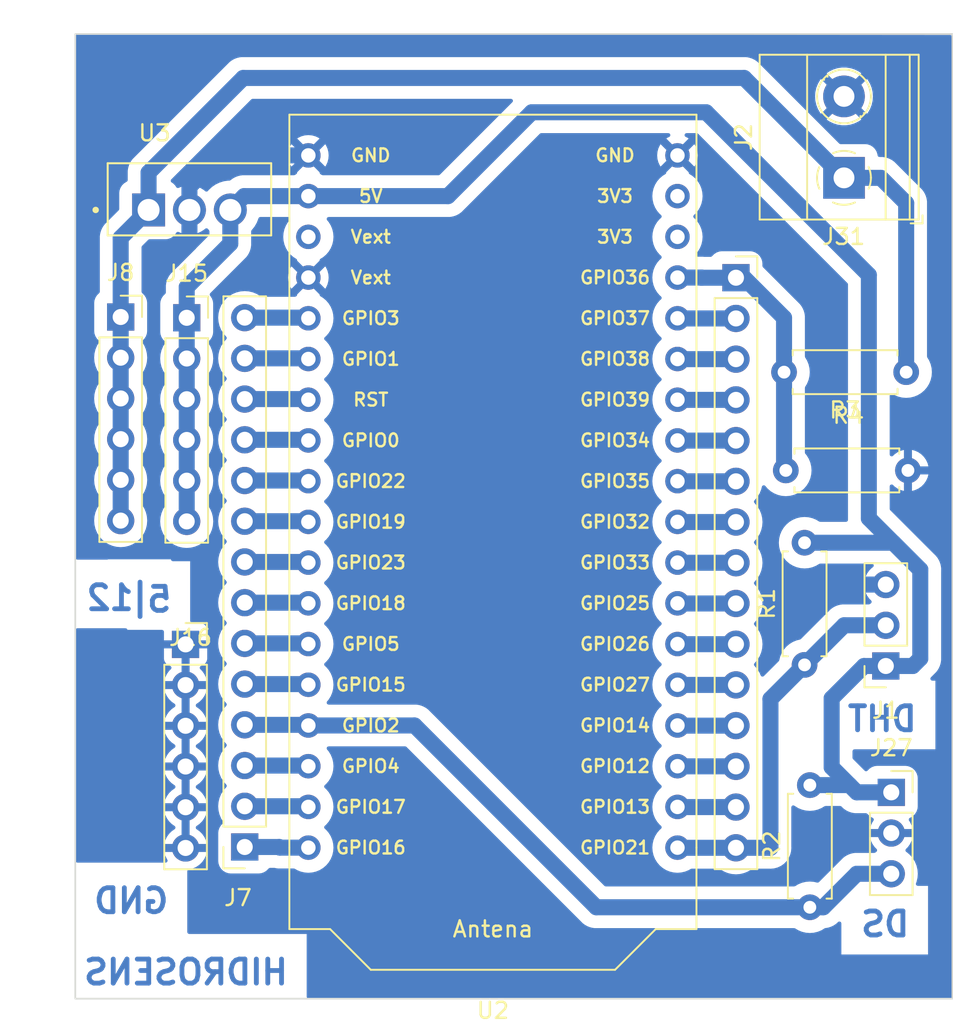
<source format=kicad_pcb>
(kicad_pcb (version 20221018) (generator pcbnew)
  (layers (0 "F.Cu" signal) (31 "B.Cu" signal) (34 "B.Paste" user) (35 "F.Paste" user) (36 "B.SilkS" user "B.Silkscreen") (37 "F.SilkS" user "F.Silkscreen") (38 "B.Mask" user) (39 "F.Mask" user) (44 "Edge.Cuts" user))
  (net 0 "")
  (net 1 "+12V")
  (net 2 "GPIO21")
  (net 3 "GND")
  (net 4 "+3.3V")
  (net 5 "RX")
  (net 6 "TX")
  (net 7 "GPIO16")
  (net 8 "GPIO17")
  (net 9 "GPIO4")
  (net 10 "GPIO2")
  (net 11 "GPIO15")
  (net 12 "GPIO5")
  (net 13 "GPIO18")
  (net 14 "GPIO23")
  (net 15 "GPIO19")
  (net 16 "GPIO22")
  (net 17 "GPIO0")
  (net 18 "RST")
  (net 19 "GPIO13")
  (net 20 "GPIO12")
  (net 21 "+5V")
  (net 22 "GPIO25")
  (net 23 "GPIO36")
  (net 24 "GPIO37")
  (net 25 "GPIO38")
  (net 26 "GPIO39")
  (net 27 "GPIO34")
  (net 28 "GPIO35")
  (net 29 "GPIO32")
  (net 30 "GPIO33")
  (net 31 "GPIO26")
  (net 32 "GPIO27")
  (net 33 "GPIO14")
  (footprint "Heltec_wifi_LoRa_v2:Heltec_WiFi_LoRa_V2" (layer "F.Cu") (at 110.275 97.91)
    (fp_text reference "U2" (at 0 27.94) (layer "F.SilkS"))
    (fp_text value "Heltec_Wifi_LoRa_V1")
    (fp_text user "GPIO5" (at -7.62 5.08) (layer "F.SilkS") (effects (font (size 0.8 0.8))))
    (fp_text user "GPIO2" (at -7.62 10.16) (layer "F.SilkS") (effects (font (size 0.8 0.8))))
    (fp_text user "GND" (at 7.62 -25.4) (layer "F.SilkS") (effects (font (size 0.8 0.8))))
    (fp_text user "GPIO23" (at -7.62 0) (layer "F.SilkS") (effects (font (size 0.8 0.8))))
    (fp_text user "GPIO38" (at 7.62 -12.7) (layer "F.SilkS") (effects (font (size 0.8 0.8))))
    (fp_text user "GPIO12" (at 7.62 12.7) (layer "F.SilkS") (effects (font (size 0.8 0.8))))
    (fp_text user "GPIO26" (at 7.62 5.08) (layer "F.SilkS") (effects (font (size 0.8 0.8))))
    (fp_text user "Vext" (at -7.62 -20.32) (layer "F.SilkS") (effects (font (size 0.8 0.8))))
    (fp_text user "GPIO33" (at 7.62 0) (layer "F.SilkS") (effects (font (size 0.8 0.8))))
    (fp_text user "GPIO16" (at -7.62 17.78) (layer "F.SilkS") (effects (font (size 0.8 0.8))))
    (fp_text user "GPIO27" (at 7.62 7.62) (layer "F.SilkS") (effects (font (size 0.8 0.8))))
    (fp_text user "GND" (at -7.62 -25.4) (layer "F.SilkS") (effects (font (size 0.8 0.8))))
    (fp_text user "GPIO17" (at -7.62 15.24) (layer "F.SilkS") (effects (font (size 0.8 0.8))))
    (fp_text user "GPIO35" (at 7.62 -5.08) (layer "F.SilkS") (effects (font (size 0.8 0.8))))
    (fp_text user "Antena" (at 0 22.86) (layer "F.SilkS"))
    (fp_text user "Vext" (at -7.62 -17.78) (layer "F.SilkS") (effects (font (size 0.8 0.8))))
    (fp_text user "3V3" (at 7.62 -22.86) (layer "F.SilkS") (effects (font (size 0.8 0.8))))
    (fp_text user "GPIO15" (at -7.62 7.62) (layer "F.SilkS") (effects (font (size 0.8 0.8))))
    (fp_text user "GPIO36" (at 7.62 -17.78) (layer "F.SilkS") (effects (font (size 0.8 0.8))))
    (fp_text user "GPIO13" (at 7.62 15.24) (layer "F.SilkS") (effects (font (size 0.8 0.8))))
    (fp_text user "GPIO0" (at -7.62 -7.62) (layer "F.SilkS") (effects (font (size 0.8 0.8))))
    (fp_text user "GPIO22" (at -7.62 -5.08) (layer "F.SilkS") (effects (font (size 0.8 0.8))))
    (fp_text user "GPIO37" (at 7.62 -15.24) (layer "F.SilkS") (effects (font (size 0.8 0.8))))
    (fp_text user "GPIO34" (at 7.62 -7.62) (layer "F.SilkS") (effects (font (size 0.8 0.8))))
    (fp_text user "GPIO14" (at 7.62 10.16) (layer "F.SilkS") (effects (font (size 0.8 0.8))))
    (fp_text user "GPIO4" (at -7.62 12.7) (layer "F.SilkS") (effects (font (size 0.8 0.8))))
    (fp_text user "GPIO32" (at 7.62 -2.54) (layer "F.SilkS") (effects (font (size 0.8 0.8))))
    (fp_text user "GPIO21" (at 7.62 17.78) (layer "F.SilkS") (effects (font (size 0.8 0.8))))
    (fp_text user "GPIO39" (at 7.62 -10.16) (layer "F.SilkS") (effects (font (size 0.8 0.8))))
    (fp_text user "3V3" (at 7.62 -20.32) (layer "F.SilkS") (effects (font (size 0.8 0.8))))
    (fp_text user "GPIO1" (at -7.62 -12.7) (layer "F.SilkS") (effects (font (size 0.8 0.8))))
    (fp_text user "5V" (at -7.62 -22.86) (layer "F.SilkS") (effects (font (size 0.8 0.8))))
    (fp_text user "GPIO19" (at -7.62 -2.54) (layer "F.SilkS") (effects (font (size 0.8 0.8))))
    (fp_text user "GPIO18" (at -7.62 2.54) (layer "F.SilkS") (effects (font (size 0.8 0.8))))
    (fp_text user "RST" (at -7.62 -10.16) (layer "F.SilkS") (effects (font (size 0.8 0.8))))
    (fp_text user "GPIO3" (at -7.62 -15.24) (layer "F.SilkS") (effects (font (size 0.8 0.8))))
    (fp_text user "GPIO25" (at 7.62 2.54) (layer "F.SilkS") (effects (font (size 0.8 0.8))))
    (fp_line (start -12.7 -27.94) (end -12.7 17.78) (stroke (width 0.12)) (layer "F.SilkS"))
    (fp_line (start -12.7 -27.94) (end 12.7 -27.94) (stroke (width 0.12)) (layer "F.SilkS"))
    (fp_line (start -12.7 17.78) (end -12.7 22.86) (stroke (width 0.12)) (layer "F.SilkS"))
    (fp_line (start -12.7 22.86) (end -10.16 22.86) (stroke (width 0.12)) (layer "F.SilkS"))
    (fp_line (start -10.16 22.86) (end -7.62 25.4) (stroke (width 0.12)) (layer "F.SilkS"))
    (fp_line (start -7.62 25.4) (end 7.62 25.4) (stroke (width 0.12)) (layer "F.SilkS"))
    (fp_line (start 7.62 25.4) (end 10.16 22.86) (stroke (width 0.12)) (layer "F.SilkS"))
    (fp_line (start 10.16 22.86) (end 12.7 22.86) (stroke (width 0.12)) (layer "F.SilkS"))
    (fp_line (start 12.7 17.78) (end 12.7 -27.94) (stroke (width 0.12)) (layer "F.SilkS"))
    (fp_line (start 12.7 22.86) (end 12.7 17.78) (stroke (width 0.12)) (layer "F.SilkS"))
    (pad "1" thru_hole circle (at -11.515 -25.4) (size 1.524 1.524) (drill 0.9) (layers "*.Cu" "*.Mask") (net 3 "GND"))
    (pad "2" thru_hole circle (at -11.515 -22.86) (size 1.524 1.524) (drill 0.9) (layers "*.Cu" "*.Mask") (net 21 "+5V"))
    (pad "3" thru_hole circle (at -11.515 -20.32) (size 1.524 1.524) (drill 0.9) (layers "*.Cu" "*.Mask"))
    (pad "4" thru_hole circle (at -11.515 -17.78) (size 1.524 1.524) (drill 0.9) (layers "*.Cu" "*.Mask") (net 3 "GND"))
    (pad "5" thru_hole circle (at -11.515 -15.24) (size 1.524 1.524) (drill 0.9) (layers "*.Cu" "*.Mask") (net 6 "TX"))
    (pad "6" thru_hole circle (at -11.515 -12.7) (size 1.524 1.524) (drill 0.9) (layers "*.Cu" "*.Mask") (net 5 "RX"))
    (pad "7" thru_hole circle (at -11.515 -10.16) (size 1.524 1.524) (drill 0.9) (layers "*.Cu" "*.Mask") (net 18 "RST"))
    (pad "8" thru_hole circle (at -11.515 -7.62) (size 1.524 1.524) (drill 0.9) (layers "*.Cu" "*.Mask") (net 17 "GPIO0"))
    (pad "9" thru_hole circle (at -11.515 -5.08) (size 1.524 1.524) (drill 0.9) (layers "*.Cu" "*.Mask") (net 16 "GPIO22"))
    (pad "10" thru_hole circle (at -11.515 -2.54) (size 1.524 1.524) (drill 0.9) (layers "*.Cu" "*.Mask") (net 15 "GPIO19"))
    (pad "11" thru_hole circle (at -11.515 0) (size 1.524 1.524) (drill 0.9) (layers "*.Cu" "*.Mask") (net 14 "GPIO23"))
    (pad "12" thru_hole circle (at -11.515 2.54) (size 1.524 1.524) (drill 0.9) (layers "*.Cu" "*.Mask") (net 13 "GPIO18"))
    (pad "13" thru_hole circle (at -11.515 5.08) (size 1.524 1.524) (drill 0.9) (layers "*.Cu" "*.Mask") (net 12 "GPIO5"))
    (pad "14" thru_hole circle (at -11.515 7.62) (size 1.524 1.524) (drill 0.9) (layers "*.Cu" "*.Mask") (net 11 "GPIO15"))
    (pad "15" thru_hole circle (at -11.515 10.16) (size 1.524 1.524) (drill 0.9) (layers "*.Cu" "*.Mask") (net 10 "GPIO2"))
    (pad "16" thru_hole circle (at -11.515 12.7) (size 1.524 1.524) (drill 0.9) (layers "*.Cu" "*.Mask") (net 9 "GPIO4"))
    (pad "17" thru_hole circle (at -11.515 15.24) (size 1.524 1.524) (drill 0.9) (layers "*.Cu" "*.Mask") (net 8 "GPIO17"))
    (pad "18" thru_hole circle (at -11.515 17.78) (size 1.524 1.524) (drill 0.9) (layers "*.Cu" "*.Mask") (net 7 "GPIO16"))
    (pad "19" thru_hole circle (at 11.515 17.78) (size 1.524 1.524) (drill 0.9) (layers "*.Cu" "*.Mask") (net 2 "GPIO21"))
    (pad "20" thru_hole circle (at 11.515 15.24) (size 1.524 1.524) (drill 0.9) (layers "*.Cu" "*.Mask") (net 19 "GPIO13"))
    (pad "21" thru_hole circle (at 11.515 12.7) (size 1.524 1.524) (drill 0.9) (layers "*.Cu" "*.Mask") (net 20 "GPIO12"))
    (pad "22" thru_hole circle (at 11.515 10.16) (size 1.524 1.524) (drill 0.9) (layers "*.Cu" "*.Mask") (net 33 "GPIO14"))
    (pad "23" thru_hole circle (at 11.515 7.62) (size 1.524 1.524) (drill 0.9) (layers "*.Cu" "*.Mask") (net 32 "GPIO27"))
    (pad "24" thru_hole circle (at 11.515 5.08) (size 1.524 1.524) (drill 0.9) (layers "*.Cu" "*.Mask") (net 31 "GPIO26"))
    (pad "25" thru_hole circle (at 11.515 2.54) (size 1.524 1.524) (drill 0.9) (layers "*.Cu" "*.Mask") (net 22 "GPIO25"))
    (pad "26" thru_hole circle (at 11.515 0) (size 1.524 1.524) (drill 0.9) (layers "*.Cu" "*.Mask") (net 30 "GPIO33"))
    (pad "27" thru_hole circle (at 11.515 -2.54) (size 1.524 1.524) (drill 0.9) (layers "*.Cu" "*.Mask") (net 29 "GPIO32"))
    (pad "28" thru_hole circle (at 11.515 -5.08) (size 1.524 1.524) (drill 0.9) (layers "*.Cu" "*.Mask") (net 28 "GPIO35"))
    (pad "29" thru_hole circle (at 11.515 -7.62) (size 1.524 1.524) (drill 0.9) (layers "*.Cu" "*.Mask") (net 27 "GPIO34"))
    (pad "30" thru_hole circle (at 11.515 -10.16) (size 1.524 1.524) (drill 0.9) (layers "*.Cu" "*.Mask") (net 26 "GPIO39"))
    (pad "31" thru_hole circle (at 11.515 -12.7) (size 1.524 1.524) (drill 0.9) (layers "*.Cu" "*.Mask") (net 25 "GPIO38"))
    (pad "32" thru_hole circle (at 11.515 -15.24) (size 1.524 1.524) (drill 0.9) (layers "*.Cu" "*.Mask") (net 24 "GPIO37"))
    (pad "33" thru_hole circle (at 11.515 -17.78) (size 1.524 1.524) (drill 0.9) (layers "*.Cu" "*.Mask") (net 23 "GPIO36"))
    (pad "34" thru_hole circle (at 11.515 -20.32) (size 1.524 1.524) (drill 0.9) (layers "*.Cu" "*.Mask") (net 4 "+3.3V"))
    (pad "35" thru_hole circle (at 11.515 -22.86) (size 1.524 1.524) (drill 0.9) (layers "*.Cu" "*.Mask"))
    (pad "36" thru_hole circle (at 11.515 -25.4) (size 1.524 1.524) (drill 0.9) (layers "*.Cu" "*.Mask") (net 3 "GND"))
  )
  (footprint "Connector_PinSocket_2.54mm:PinSocket_1x14_P2.54mm_Vertical" (layer "F.Cu") (at 94.79 115.65 180)
    (fp_text reference "J7" (at 0.42 -3.17) (layer "F.SilkS"))
    (fp_text value "Conn_01x14")
    (fp_line (start -1.33 1.27) (end -1.33 34.35) (stroke (width 0.12)) (layer "F.SilkS"))
    (fp_line (start -1.33 1.27) (end 1.33 1.27) (stroke (width 0.12)) (layer "F.SilkS"))
    (fp_line (start -1.33 34.35) (end 1.33 34.35) (stroke (width 0.12)) (layer "F.SilkS"))
    (fp_line (start 0 -1.33) (end 1.33 -1.33) (stroke (width 0.12)) (layer "F.SilkS"))
    (fp_line (start 1.33 -1.33) (end 1.33 0) (stroke (width 0.12)) (layer "F.SilkS"))
    (fp_line (start 1.33 1.27) (end 1.33 34.35) (stroke (width 0.12)) (layer "F.SilkS"))
    (pad "1" thru_hole rect (at 0 0 180) (size 1.7 1.7) (drill 1) (layers "*.Cu" "*.Mask") (net 7 "GPIO16"))
    (pad "2" thru_hole oval (at 0 2.54 180) (size 1.7 1.7) (drill 1) (layers "*.Cu" "*.Mask") (net 8 "GPIO17"))
    (pad "3" thru_hole oval (at 0 5.08 180) (size 1.7 1.7) (drill 1) (layers "*.Cu" "*.Mask") (net 9 "GPIO4"))
    (pad "4" thru_hole oval (at 0 7.62 180) (size 1.7 1.7) (drill 1) (layers "*.Cu" "*.Mask") (net 10 "GPIO2"))
    (pad "5" thru_hole oval (at 0 10.16 180) (size 1.7 1.7) (drill 1) (layers "*.Cu" "*.Mask") (net 11 "GPIO15"))
    (pad "6" thru_hole oval (at 0 12.7 180) (size 1.7 1.7) (drill 1) (layers "*.Cu" "*.Mask") (net 12 "GPIO5"))
    (pad "7" thru_hole oval (at 0 15.24 180) (size 1.7 1.7) (drill 1) (layers "*.Cu" "*.Mask") (net 13 "GPIO18"))
    (pad "8" thru_hole oval (at 0 17.78 180) (size 1.7 1.7) (drill 1) (layers "*.Cu" "*.Mask") (net 14 "GPIO23"))
    (pad "9" thru_hole oval (at 0 20.32 180) (size 1.7 1.7) (drill 1) (layers "*.Cu" "*.Mask") (net 15 "GPIO19"))
    (pad "10" thru_hole oval (at 0 22.86 180) (size 1.7 1.7) (drill 1) (layers "*.Cu" "*.Mask") (net 16 "GPIO22"))
    (pad "11" thru_hole oval (at 0 25.4 180) (size 1.7 1.7) (drill 1) (layers "*.Cu" "*.Mask") (net 17 "GPIO0"))
    (pad "12" thru_hole oval (at 0 27.94 180) (size 1.7 1.7) (drill 1) (layers "*.Cu" "*.Mask") (net 18 "RST"))
    (pad "13" thru_hole oval (at 0 30.48 180) (size 1.7 1.7) (drill 1) (layers "*.Cu" "*.Mask") (net 5 "RX"))
    (pad "14" thru_hole oval (at 0 33.02 180) (size 1.7 1.7) (drill 1) (layers "*.Cu" "*.Mask") (net 6 "TX"))
  )
  (footprint "l7805:TO255P1020X450X2000-3" (layer "F.Cu") (at 91.34 75.25)
    (fp_text reference "U3" (at -2.175 -4.135) (layer "F.SilkS"))
    (fp_text value "LM78M05_TO220")
    (fp_line (start -5.1 -2.25) (end 5.1 -2.25) (stroke (width 0.127)) (layer "F.SilkS"))
    (fp_line (start -5.1 2.25) (end -5.1 -2.25) (stroke (width 0.127)) (layer "F.SilkS"))
    (fp_line (start 5.1 -2.25) (end 5.1 2.25) (stroke (width 0.127)) (layer "F.SilkS"))
    (fp_line (start 5.1 2.25) (end -5.1 2.25) (stroke (width 0.127)) (layer "F.SilkS"))
    (fp_circle (center -5.85 0.6625) (end -5.75 0.6625) (stroke (width 0.2)) (fill none) (layer "F.SilkS"))
    (pad "1" thru_hole rect (at -2.55 0.6625) (size 2.055 2.055) (drill 1.37) (layers "*.Cu" "*.Mask") (net 1 "+12V"))
    (pad "2" thru_hole circle (at 0 0.6625) (size 2.055 2.055) (drill 1.37) (layers "*.Cu" "*.Mask") (net 3 "GND"))
    (pad "3" thru_hole circle (at 2.55 0.6625) (size 2.055 2.055) (drill 1.37) (layers "*.Cu" "*.Mask") (net 21 "+5V"))
  )
  (footprint "Connector_PinSocket_2.54mm:PinSocket_1x03_P2.54mm_Vertical" (layer "F.Cu") (at 134.79 104.36 180)
    (fp_text reference "J1" (at 0 -2.77) (layer "F.SilkS"))
    (fp_text value "TempAr")
    (fp_line (start -1.33 1.27) (end -1.33 6.41) (stroke (width 0.12)) (layer "F.SilkS"))
    (fp_line (start -1.33 1.27) (end 1.33 1.27) (stroke (width 0.12)) (layer "F.SilkS"))
    (fp_line (start -1.33 6.41) (end 1.33 6.41) (stroke (width 0.12)) (layer "F.SilkS"))
    (fp_line (start 0 -1.33) (end 1.33 -1.33) (stroke (width 0.12)) (layer "F.SilkS"))
    (fp_line (start 1.33 -1.33) (end 1.33 0) (stroke (width 0.12)) (layer "F.SilkS"))
    (fp_line (start 1.33 1.27) (end 1.33 6.41) (stroke (width 0.12)) (layer "F.SilkS"))
    (pad "1" thru_hole rect (at 0 0 180) (size 1.7 1.7) (drill 1) (layers "*.Cu" "*.Mask") (net 21 "+5V"))
    (pad "2" thru_hole oval (at 0 2.54 180) (size 1.7 1.7) (drill 1) (layers "*.Cu" "*.Mask") (net 2 "GPIO21"))
    (pad "3" thru_hole oval (at 0 5.08 180) (size 1.7 1.7) (drill 1) (layers "*.Cu" "*.Mask") (net 3 "GND"))
  )
  (footprint "Connector_PinSocket_2.54mm:PinSocket_1x03_P2.54mm_Vertical" (layer "F.Cu") (at 135.13 112.24)
    (fp_text reference "J27" (at 0 -2.77) (layer "F.SilkS"))
    (fp_text value "TempAgua")
    (fp_line (start -1.33 1.27) (end -1.33 6.41) (stroke (width 0.12)) (layer "F.SilkS"))
    (fp_line (start -1.33 1.27) (end 1.33 1.27) (stroke (width 0.12)) (layer "F.SilkS"))
    (fp_line (start -1.33 6.41) (end 1.33 6.41) (stroke (width 0.12)) (layer "F.SilkS"))
    (fp_line (start 0 -1.33) (end 1.33 -1.33) (stroke (width 0.12)) (layer "F.SilkS"))
    (fp_line (start 1.33 -1.33) (end 1.33 0) (stroke (width 0.12)) (layer "F.SilkS"))
    (fp_line (start 1.33 1.27) (end 1.33 6.41) (stroke (width 0.12)) (layer "F.SilkS"))
    (pad "1" thru_hole rect (at 0 0) (size 1.7 1.7) (drill 1) (layers "*.Cu" "*.Mask") (net 21 "+5V"))
    (pad "2" thru_hole oval (at 0 2.54) (size 1.7 1.7) (drill 1) (layers "*.Cu" "*.Mask") (net 3 "GND"))
    (pad "3" thru_hole oval (at 0 5.08) (size 1.7 1.7) (drill 1) (layers "*.Cu" "*.Mask") (net 10 "GPIO2"))
  )
  (footprint "Resistor_THT:R_Axial_DIN0207_L6.3mm_D2.5mm_P7.62mm_Horizontal" (layer "F.Cu") (at 128.55 92.16)
    (fp_text reference "R4" (at 3.91 -3.43) (layer "F.SilkS"))
    (fp_text value "0.3K")
    (fp_line (start 0.54 -1.37) (end 7.08 -1.37) (stroke (width 0.12)) (layer "F.SilkS"))
    (fp_line (start 0.54 -1.04) (end 0.54 -1.37) (stroke (width 0.12)) (layer "F.SilkS"))
    (fp_line (start 0.54 1.04) (end 0.54 1.37) (stroke (width 0.12)) (layer "F.SilkS"))
    (fp_line (start 0.54 1.37) (end 7.08 1.37) (stroke (width 0.12)) (layer "F.SilkS"))
    (fp_line (start 7.08 -1.37) (end 7.08 -1.04) (stroke (width 0.12)) (layer "F.SilkS"))
    (fp_line (start 7.08 1.37) (end 7.08 1.04) (stroke (width 0.12)) (layer "F.SilkS"))
    (pad "1" thru_hole circle (at 0 0) (size 1.6 1.6) (drill 0.8) (layers "*.Cu" "*.Mask") (net 23 "GPIO36"))
    (pad "2" thru_hole oval (at 7.62 0) (size 1.6 1.6) (drill 0.8) (layers "*.Cu" "*.Mask") (net 3 "GND"))
  )
  (footprint "Connector_PinSocket_2.54mm:PinSocket_1x06_P2.54mm_Vertical" (layer "F.Cu") (at 91.1 103.01)
    (fp_text reference "J16" (at 0.31 -0.42) (layer "F.SilkS"))
    (fp_text value "Conn_01x06_Socket")
    (fp_line (start -1.33 1.27) (end -1.33 14.03) (stroke (width 0.12)) (layer "F.SilkS"))
    (fp_line (start -1.33 1.27) (end 1.33 1.27) (stroke (width 0.12)) (layer "F.SilkS"))
    (fp_line (start -1.33 14.03) (end 1.33 14.03) (stroke (width 0.12)) (layer "F.SilkS"))
    (fp_line (start 0 -1.33) (end 1.33 -1.33) (stroke (width 0.12)) (layer "F.SilkS"))
    (fp_line (start 1.33 -1.33) (end 1.33 0) (stroke (width 0.12)) (layer "F.SilkS"))
    (fp_line (start 1.33 1.27) (end 1.33 14.03) (stroke (width 0.12)) (layer "F.SilkS"))
    (pad "1" thru_hole rect (at 0 0) (size 1.7 1.7) (drill 1) (layers "*.Cu" "*.Mask") (net 3 "GND"))
    (pad "2" thru_hole oval (at 0 2.54) (size 1.7 1.7) (drill 1) (layers "*.Cu" "*.Mask") (net 3 "GND"))
    (pad "3" thru_hole oval (at 0 5.08) (size 1.7 1.7) (drill 1) (layers "*.Cu" "*.Mask") (net 3 "GND"))
    (pad "4" thru_hole oval (at 0 7.62) (size 1.7 1.7) (drill 1) (layers "*.Cu" "*.Mask") (net 3 "GND"))
    (pad "5" thru_hole oval (at 0 10.16) (size 1.7 1.7) (drill 1) (layers "*.Cu" "*.Mask") (net 3 "GND"))
    (pad "6" thru_hole oval (at 0 12.7) (size 1.7 1.7) (drill 1) (layers "*.Cu" "*.Mask") (net 3 "GND"))
  )
  (footprint "Connector_PinSocket_2.54mm:PinSocket_1x15_P2.54mm_Vertical" (layer "F.Cu") (at 125.44 80.14)
    (fp_text reference "J31" (at 6.72 -2.565) (layer "F.SilkS"))
    (fp_text value "Conn_01x15")
    (fp_line (start -1.33 1.27) (end -1.33 36.89) (stroke (width 0.12)) (layer "F.SilkS"))
    (fp_line (start -1.33 1.27) (end 1.33 1.27) (stroke (width 0.12)) (layer "F.SilkS"))
    (fp_line (start -1.33 36.89) (end 1.33 36.89) (stroke (width 0.12)) (layer "F.SilkS"))
    (fp_line (start 0 -1.33) (end 1.33 -1.33) (stroke (width 0.12)) (layer "F.SilkS"))
    (fp_line (start 1.33 -1.33) (end 1.33 0) (stroke (width 0.12)) (layer "F.SilkS"))
    (fp_line (start 1.33 1.27) (end 1.33 36.89) (stroke (width 0.12)) (layer "F.SilkS"))
    (pad "1" thru_hole rect (at 0 0) (size 1.7 1.7) (drill 1) (layers "*.Cu" "*.Mask") (net 23 "GPIO36"))
    (pad "2" thru_hole oval (at 0 2.54) (size 1.7 1.7) (drill 1) (layers "*.Cu" "*.Mask") (net 24 "GPIO37"))
    (pad "3" thru_hole oval (at 0 5.08) (size 1.7 1.7) (drill 1) (layers "*.Cu" "*.Mask") (net 25 "GPIO38"))
    (pad "4" thru_hole oval (at 0 7.62) (size 1.7 1.7) (drill 1) (layers "*.Cu" "*.Mask") (net 26 "GPIO39"))
    (pad "5" thru_hole oval (at 0 10.16) (size 1.7 1.7) (drill 1) (layers "*.Cu" "*.Mask") (net 27 "GPIO34"))
    (pad "6" thru_hole oval (at 0 12.7) (size 1.7 1.7) (drill 1) (layers "*.Cu" "*.Mask") (net 28 "GPIO35"))
    (pad "7" thru_hole oval (at 0 15.24) (size 1.7 1.7) (drill 1) (layers "*.Cu" "*.Mask") (net 29 "GPIO32"))
    (pad "8" thru_hole oval (at 0 17.78) (size 1.7 1.7) (drill 1) (layers "*.Cu" "*.Mask") (net 30 "GPIO33"))
    (pad "9" thru_hole oval (at 0 20.32) (size 1.7 1.7) (drill 1) (layers "*.Cu" "*.Mask") (net 22 "GPIO25"))
    (pad "10" thru_hole oval (at 0 22.86) (size 1.7 1.7) (drill 1) (layers "*.Cu" "*.Mask") (net 31 "GPIO26"))
    (pad "11" thru_hole oval (at 0 25.4) (size 1.7 1.7) (drill 1) (layers "*.Cu" "*.Mask") (net 32 "GPIO27"))
    (pad "12" thru_hole oval (at 0 27.94) (size 1.7 1.7) (drill 1) (layers "*.Cu" "*.Mask") (net 33 "GPIO14"))
    (pad "13" thru_hole oval (at 0 30.48) (size 1.7 1.7) (drill 1) (layers "*.Cu" "*.Mask") (net 20 "GPIO12"))
    (pad "14" thru_hole oval (at 0 33.02) (size 1.7 1.7) (drill 1) (layers "*.Cu" "*.Mask") (net 19 "GPIO13"))
    (pad "15" thru_hole oval (at 0 35.56) (size 1.7 1.7) (drill 1) (layers "*.Cu" "*.Mask") (net 2 "GPIO21"))
  )
  (footprint "Resistor_THT:R_Axial_DIN0207_L6.3mm_D2.5mm_P7.62mm_Horizontal" (layer "F.Cu") (at 129.72 104.29 90)
    (fp_text reference "R1" (at 3.81 -2.37 90) (layer "F.SilkS"))
    (fp_text value "4.7K")
    (fp_line (start 0.54 -1.37) (end 7.08 -1.37) (stroke (width 0.12)) (layer "F.SilkS"))
    (fp_line (start 0.54 -1.04) (end 0.54 -1.37) (stroke (width 0.12)) (layer "F.SilkS"))
    (fp_line (start 0.54 1.04) (end 0.54 1.37) (stroke (width 0.12)) (layer "F.SilkS"))
    (fp_line (start 0.54 1.37) (end 7.08 1.37) (stroke (width 0.12)) (layer "F.SilkS"))
    (fp_line (start 7.08 -1.37) (end 7.08 -1.04) (stroke (width 0.12)) (layer "F.SilkS"))
    (fp_line (start 7.08 1.37) (end 7.08 1.04) (stroke (width 0.12)) (layer "F.SilkS"))
    (pad "1" thru_hole circle (at 0 0 90) (size 1.6 1.6) (drill 0.8) (layers "*.Cu" "*.Mask") (net 2 "GPIO21"))
    (pad "2" thru_hole oval (at 7.62 0 90) (size 1.6 1.6) (drill 0.8) (layers "*.Cu" "*.Mask") (net 21 "+5V"))
  )
  (footprint "Connector_PinSocket_2.54mm:PinSocket_1x06_P2.54mm_Vertical" (layer "F.Cu") (at 91.17 82.64)
    (fp_text reference "J15" (at 0 -2.77) (layer "F.SilkS"))
    (fp_text value "Conn_01x06_Socket")
    (fp_line (start -1.33 1.27) (end -1.33 14.03) (stroke (width 0.12)) (layer "F.SilkS"))
    (fp_line (start -1.33 1.27) (end 1.33 1.27) (stroke (width 0.12)) (layer "F.SilkS"))
    (fp_line (start -1.33 14.03) (end 1.33 14.03) (stroke (width 0.12)) (layer "F.SilkS"))
    (fp_line (start 0 -1.33) (end 1.33 -1.33) (stroke (width 0.12)) (layer "F.SilkS"))
    (fp_line (start 1.33 -1.33) (end 1.33 0) (stroke (width 0.12)) (layer "F.SilkS"))
    (fp_line (start 1.33 1.27) (end 1.33 14.03) (stroke (width 0.12)) (layer "F.SilkS"))
    (pad "1" thru_hole rect (at 0 0) (size 1.7 1.7) (drill 1) (layers "*.Cu" "*.Mask") (net 21 "+5V"))
    (pad "2" thru_hole oval (at 0 2.54) (size 1.7 1.7) (drill 1) (layers "*.Cu" "*.Mask") (net 21 "+5V"))
    (pad "3" thru_hole oval (at 0 5.08) (size 1.7 1.7) (drill 1) (layers "*.Cu" "*.Mask") (net 21 "+5V"))
    (pad "4" thru_hole oval (at 0 7.62) (size 1.7 1.7) (drill 1) (layers "*.Cu" "*.Mask") (net 21 "+5V"))
    (pad "5" thru_hole oval (at 0 10.16) (size 1.7 1.7) (drill 1) (layers "*.Cu" "*.Mask") (net 21 "+5V"))
    (pad "6" thru_hole oval (at 0 12.7) (size 1.7 1.7) (drill 1) (layers "*.Cu" "*.Mask") (net 21 "+5V"))
  )
  (footprint "Connector_PinSocket_2.54mm:PinSocket_1x06_P2.54mm_Vertical" (layer "F.Cu") (at 87.05 82.59)
    (fp_text reference "J8" (at 0 -2.77) (layer "F.SilkS"))
    (fp_text value "Conn_01x06_Socket")
    (fp_line (start -1.33 1.27) (end -1.33 14.03) (stroke (width 0.12)) (layer "F.SilkS"))
    (fp_line (start -1.33 1.27) (end 1.33 1.27) (stroke (width 0.12)) (layer "F.SilkS"))
    (fp_line (start -1.33 14.03) (end 1.33 14.03) (stroke (width 0.12)) (layer "F.SilkS"))
    (fp_line (start 0 -1.33) (end 1.33 -1.33) (stroke (width 0.12)) (layer "F.SilkS"))
    (fp_line (start 1.33 -1.33) (end 1.33 0) (stroke (width 0.12)) (layer "F.SilkS"))
    (fp_line (start 1.33 1.27) (end 1.33 14.03) (stroke (width 0.12)) (layer "F.SilkS"))
    (pad "1" thru_hole rect (at 0 0) (size 1.7 1.7) (drill 1) (layers "*.Cu" "*.Mask") (net 1 "+12V"))
    (pad "2" thru_hole oval (at 0 2.54) (size 1.7 1.7) (drill 1) (layers "*.Cu" "*.Mask") (net 1 "+12V"))
    (pad "3" thru_hole oval (at 0 5.08) (size 1.7 1.7) (drill 1) (layers "*.Cu" "*.Mask") (net 1 "+12V"))
    (pad "4" thru_hole oval (at 0 7.62) (size 1.7 1.7) (drill 1) (layers "*.Cu" "*.Mask") (net 1 "+12V"))
    (pad "5" thru_hole oval (at 0 10.16) (size 1.7 1.7) (drill 1) (layers "*.Cu" "*.Mask") (net 1 "+12V"))
    (pad "6" thru_hole oval (at 0 12.7) (size 1.7 1.7) (drill 1) (layers "*.Cu" "*.Mask") (net 1 "+12V"))
  )
  (footprint "Resistor_THT:R_Axial_DIN0207_L6.3mm_D2.5mm_P7.62mm_Horizontal" (layer "F.Cu") (at 130.05 119.41 90)
    (fp_text reference "R2" (at 3.81 -2.37 90) (layer "F.SilkS"))
    (fp_text value "4.7K")
    (fp_line (start 0.54 -1.37) (end 7.08 -1.37) (stroke (width 0.12)) (layer "F.SilkS"))
    (fp_line (start 0.54 -1.04) (end 0.54 -1.37) (stroke (width 0.12)) (layer "F.SilkS"))
    (fp_line (start 0.54 1.04) (end 0.54 1.37) (stroke (width 0.12)) (layer "F.SilkS"))
    (fp_line (start 0.54 1.37) (end 7.08 1.37) (stroke (width 0.12)) (layer "F.SilkS"))
    (fp_line (start 7.08 -1.37) (end 7.08 -1.04) (stroke (width 0.12)) (layer "F.SilkS"))
    (fp_line (start 7.08 1.37) (end 7.08 1.04) (stroke (width 0.12)) (layer "F.SilkS"))
    (pad "1" thru_hole circle (at 0 0 90) (size 1.6 1.6) (drill 0.8) (layers "*.Cu" "*.Mask") (net 10 "GPIO2"))
    (pad "2" thru_hole oval (at 7.62 0 90) (size 1.6 1.6) (drill 0.8) (layers "*.Cu" "*.Mask") (net 21 "+5V"))
  )
  (footprint "Resistor_THT:R_Axial_DIN0207_L6.3mm_D2.5mm_P7.62mm_Horizontal" (layer "F.Cu") (at 136.06 86.03 180)
    (fp_text reference "R3" (at 3.81 -2.37) (layer "F.SilkS"))
    (fp_text value "1K")
    (fp_line (start 0.54 -1.37) (end 7.08 -1.37) (stroke (width 0.12)) (layer "F.SilkS"))
    (fp_line (start 0.54 -1.04) (end 0.54 -1.37) (stroke (width 0.12)) (layer "F.SilkS"))
    (fp_line (start 0.54 1.04) (end 0.54 1.37) (stroke (width 0.12)) (layer "F.SilkS"))
    (fp_line (start 0.54 1.37) (end 7.08 1.37) (stroke (width 0.12)) (layer "F.SilkS"))
    (fp_line (start 7.08 -1.37) (end 7.08 -1.04) (stroke (width 0.12)) (layer "F.SilkS"))
    (fp_line (start 7.08 1.37) (end 7.08 1.04) (stroke (width 0.12)) (layer "F.SilkS"))
    (pad "1" thru_hole circle (at 0 0 180) (size 1.6 1.6) (drill 0.8) (layers "*.Cu" "*.Mask") (net 1 "+12V"))
    (pad "2" thru_hole oval (at 7.62 0 180) (size 1.6 1.6) (drill 0.8) (layers "*.Cu" "*.Mask") (net 23 "GPIO36"))
  )
  (footprint "TerminalBlock_Phoenix:TerminalBlock_Phoenix_MKDS-1,5-2-5.08_1x02_P5.08mm_Horizontal" (layer "F.Cu") (at 132.18 73.91 90)
    (fp_text reference "J2" (at 2.54 -6.26 90) (layer "F.SilkS"))
    (fp_text value "Screw_Terminal_01x02")
    (fp_line (start -2.84 4.16) (end -2.84 4.9) (stroke (width 0.12)) (layer "F.SilkS"))
    (fp_line (start -2.84 4.9) (end -2.34 4.9) (stroke (width 0.12)) (layer "F.SilkS"))
    (fp_line (start -2.6 -5.261) (end -2.6 4.66) (stroke (width 0.12)) (layer "F.SilkS"))
    (fp_line (start -2.6 -5.261) (end 7.68 -5.261) (stroke (width 0.12)) (layer "F.SilkS"))
    (fp_line (start -2.6 -2.301) (end 7.68 -2.301) (stroke (width 0.12)) (layer "F.SilkS"))
    (fp_line (start -2.6 2.6) (end 7.68 2.6) (stroke (width 0.12)) (layer "F.SilkS"))
    (fp_line (start -2.6 4.1) (end 7.68 4.1) (stroke (width 0.12)) (layer "F.SilkS"))
    (fp_line (start -2.6 4.66) (end 7.68 4.66) (stroke (width 0.12)) (layer "F.SilkS"))
    (fp_line (start 3.853 1.023) (end 3.806 1.069) (stroke (width 0.12)) (layer "F.SilkS"))
    (fp_line (start 4.046 1.239) (end 4.011 1.274) (stroke (width 0.12)) (layer "F.SilkS"))
    (fp_line (start 6.15 -1.275) (end 6.115 -1.239) (stroke (width 0.12)) (layer "F.SilkS"))
    (fp_line (start 6.355 -1.069) (end 6.308 -1.023) (stroke (width 0.12)) (layer "F.SilkS"))
    (fp_line (start 7.68 -5.261) (end 7.68 4.66) (stroke (width 0.12)) (layer "F.SilkS"))
    (fp_arc (start -1.535427 0.683042) (mid -1.680501 -0.000524) (end -1.535 -0.684) (stroke (width 0.12)) (layer "F.SilkS"))
    (fp_arc (start -0.683042 -1.535427) (mid 0.000524 -1.680501) (end 0.684 -1.535) (stroke (width 0.12)) (layer "F.SilkS"))
    (fp_arc (start 0.028805 1.680253) (mid -0.335551 1.646659) (end -0.684 1.535) (stroke (width 0.12)) (layer "F.SilkS"))
    (fp_arc (start 0.683318 1.534756) (mid 0.349292 1.643288) (end 0 1.68) (stroke (width 0.12)) (layer "F.SilkS"))
    (fp_arc (start 1.535427 -0.683042) (mid 1.680501 0.000524) (end 1.535 0.684) (stroke (width 0.12)) (layer "F.SilkS"))
    (fp_circle (center 5.08 0) (end 6.76 0) (stroke (width 0.12)) (fill none) (layer "F.SilkS"))
    (pad "1" thru_hole rect (at 0 0 90) (size 2.6 2.6) (drill 1.3) (layers "*.Cu" "*.Mask") (net 1 "+12V"))
    (pad "2" thru_hole circle (at 5.08 0 90) (size 2.6 2.6) (drill 1.3) (layers "*.Cu" "*.Mask") (net 3 "GND"))
  )
  (gr_rect (start 84.22 64.94) (end 138.94 125.11) (stroke (width 0.1)) (fill none) (layer "Edge.Cuts"))
  (gr_text "5\n" (at 90.37 101.09) (layer "B.Cu") (effects (font (size 1.5 1.5) (thickness 0.3) bold) (justify left bottom mirror)))
  (gr_text "DS" (at 136.41 121.34) (layer "B.Cu") (effects (font (size 1.5 1.5) (thickness 0.3) bold) (justify left bottom mirror)))
  (gr_text "HIDROSENS\n" (at 97.64 124.34) (layer "B.Cu") (effects (font (size 1.5 1.5) (thickness 0.3) bold) (justify left bottom mirror)))
  (gr_text "|" (at 89.17 100.97) (layer "B.Cu") (effects (font (size 1.5 1.5) (thickness 0.3) bold) (justify left bottom mirror)))
  (gr_text "GND\n" (at 90.19 119.89) (layer "B.Cu") (effects (font (size 1.5 1.5) (thickness 0.3) bold) (justify left bottom mirror)))
  (gr_text "12\n" (at 88.01 100.99) (layer "B.Cu") (effects (font (size 1.5 1.5) (thickness 0.3) bold) (justify left bottom mirror)))
  (gr_text "DHT\n" (at 136.87 108.54) (layer "B.Cu") (effects (font (size 1.5 1.5) (thickness 0.3) bold) (justify left bottom mirror)))
  (segment (start 87.05 85.13) (end 87.05 82.59) (width 1) (layer "B.Cu") (net 1))
  (segment (start 87.05 92.75) (end 87.05 90.21) (width 1) (layer "B.Cu") (net 1))
  (segment (start 134.48 73.91) (end 136.06 75.49) (width 1) (layer "B.Cu") (net 1))
  (segment (start 94.6931 67.68) (end 125.95 67.68) (width 1) (layer "B.Cu") (net 1))
  (segment (start 87.05 95.29) (end 87.05 92.75) (width 1) (layer "B.Cu") (net 1))
  (segment (start 88.79 75.9125) (end 88.79 73.5831) (width 1) (layer "B.Cu") (net 1))
  (segment (start 125.95 67.68) (end 132.18 73.91) (width 1) (layer "B.Cu") (net 1))
  (segment (start 132.18 73.91) (end 134.48 73.91) (width 1) (layer "B.Cu") (net 1))
  (segment (start 87.05 90.21) (end 87.05 87.67) (width 1) (layer "B.Cu") (net 1))
  (segment (start 136.06 75.49) (end 136.06 86.03) (width 1) (layer "B.Cu") (net 1))
  (segment (start 87.05 87.67) (end 87.05 85.13) (width 1) (layer "B.Cu") (net 1))
  (segment (start 88.79 73.5831) (end 94.6931 67.68) (width 1) (layer "B.Cu") (net 1))
  (segment (start 87.05 77.6525) (end 87.05 82.59) (width 1) (layer "B.Cu") (net 1))
  (segment (start 88.79 75.9125) (end 87.05 77.6525) (width 1) (layer "B.Cu") (net 1))
  (segment (start 121.8 115.7) (end 125.44 115.7) (width 1) (layer "B.Cu") (net 2))
  (segment (start 127.5919 106.4181) (end 127.5919 115.7) (width 1) (layer "B.Cu") (net 2))
  (segment (start 129.72 104.29) (end 127.5919 106.4181) (width 1) (layer "B.Cu") (net 2))
  (segment (start 125.44 115.7) (end 127.5919 115.7) (width 1) (layer "B.Cu") (net 2))
  (segment (start 121.79 115.69) (end 121.8 115.7) (width 1) (layer "B.Cu") (net 2))
  (segment (start 129.72 104.29) (end 132.19 101.82) (width 1) (layer "B.Cu") (net 2))
  (segment (start 132.19 101.82) (end 134.79 101.82) (width 1) (layer "B.Cu") (net 2))
  (segment (start 134.79 99.28) (end 132.59 99.28) (width 1) (layer "B.Cu") (net 3))
  (segment (start 91.34 75.9125) (end 91.34 74.459396) (width 1) (layer "B.Cu") (net 3))
  (segment (start 93.289396 72.51) (end 98.76 72.51) (width 1) (layer "B.Cu") (net 3))
  (segment (start 91.34 75.9125) (end 91.34 78.0175) (width 1) (layer "B.Cu") (net 3))
  (segment (start 91.34 74.459396) (end 93.289396 72.51) (width 1) (layer "B.Cu") (net 3))
  (segment (start 90.3275 79.03) (end 89.14 79.03) (width 1) (layer "B.Cu") (net 3))
  (segment (start 132.59 99.28) (end 132.58 99.27) (width 1) (layer "B.Cu") (net 3))
  (segment (start 91.34 78.0175) (end 90.3275 79.03) (width 1) (layer "B.Cu") (net 3))
  (segment (start 98.72 85.17) (end 98.76 85.21) (width 1) (layer "B.Cu") (net 5))
  (segment (start 94.79 85.17) (end 98.72 85.17) (width 1) (layer "B.Cu") (net 5))
  (segment (start 94.79 82.63) (end 98.72 82.63) (width 1) (layer "B.Cu") (net 6))
  (segment (start 98.72 82.63) (end 98.76 82.67) (width 1) (layer "B.Cu") (net 6))
  (segment (start 96.9819 115.69) (end 98.76 115.69) (width 1) (layer "B.Cu") (net 7))
  (segment (start 94.79 115.65) (end 96.9419 115.65) (width 1) (layer "B.Cu") (net 7))
  (segment (start 96.9419 115.65) (end 96.9819 115.69) (width 1) (layer "B.Cu") (net 7))
  (segment (start 94.79 113.11) (end 98.72 113.11) (width 1) (layer "B.Cu") (net 8))
  (segment (start 98.72 113.11) (end 98.76 113.15) (width 1) (layer "B.Cu") (net 8))
  (segment (start 98.72 110.57) (end 98.76 110.61) (width 1) (layer "B.Cu") (net 9))
  (segment (start 94.79 110.57) (end 98.72 110.57) (width 1) (layer "B.Cu") (net 9))
  (segment (start 105.3862 108.07) (end 116.7262 119.41) (width 1) (layer "B.Cu") (net 10))
  (segment (start 94.79 108.03) (end 98.72 108.03) (width 1) (layer "B.Cu") (net 10))
  (segment (start 116.7262 119.41) (end 130.05 119.41) (width 1) (layer "B.Cu") (net 10))
  (segment (start 98.76 108.07) (end 105.3862 108.07) (width 1) (layer "B.Cu") (net 10))
  (segment (start 130.05 119.41) (end 130.8881 119.41) (width 1) (layer "B.Cu") (net 10))
  (segment (start 130.8881 119.41) (end 132.9781 117.32) (width 1) (layer "B.Cu") (net 10))
  (segment (start 98.72 108.03) (end 98.76 108.07) (width 1) (layer "B.Cu") (net 10))
  (segment (start 135.13 117.32) (end 132.9781 117.32) (width 1) (layer "B.Cu") (net 10))
  (segment (start 98.72 105.49) (end 98.76 105.53) (width 1) (layer "B.Cu") (net 11))
  (segment (start 94.79 105.49) (end 98.72 105.49) (width 1) (layer "B.Cu") (net 11))
  (segment (start 98.72 102.95) (end 98.76 102.99) (width 1) (layer "B.Cu") (net 12))
  (segment (start 94.79 102.95) (end 98.72 102.95) (width 1) (layer "B.Cu") (net 12))
  (segment (start 94.79 100.41) (end 98.72 100.41) (width 1) (layer "B.Cu") (net 13))
  (segment (start 98.72 100.41) (end 98.76 100.45) (width 1) (layer "B.Cu") (net 13))
  (segment (start 94.79 97.87) (end 98.72 97.87) (width 1) (layer "B.Cu") (net 14))
  (segment (start 98.72 97.87) (end 98.76 97.91) (width 1) (layer "B.Cu") (net 14))
  (segment (start 94.79 95.33) (end 98.72 95.33) (width 1) (layer "B.Cu") (net 15))
  (segment (start 98.72 95.33) (end 98.76 95.37) (width 1) (layer "B.Cu") (net 15))
  (segment (start 98.72 92.79) (end 98.76 92.83) (width 1) (layer "B.Cu") (net 16))
  (segment (start 94.79 92.79) (end 98.72 92.79) (width 1) (layer "B.Cu") (net 16))
  (segment (start 98.72 90.25) (end 98.76 90.29) (width 1) (layer "B.Cu") (net 17))
  (segment (start 94.79 90.25) (end 98.72 90.25) (width 1) (layer "B.Cu") (net 17))
  (segment (start 94.79 87.71) (end 98.72 87.71) (width 1) (layer "B.Cu") (net 18))
  (segment (start 98.72 87.71) (end 98.76 87.75) (width 1) (layer "B.Cu") (net 18))
  (segment (start 125.44 113.16) (end 121.8 113.16) (width 1) (layer "B.Cu") (net 19))
  (segment (start 121.8 113.16) (end 121.79 113.15) (width 1) (layer "B.Cu") (net 19))
  (segment (start 125.44 110.62) (end 121.8 110.62) (width 1) (layer "B.Cu") (net 20))
  (segment (start 121.8 110.62) (end 121.79 110.61) (width 1) (layer "B.Cu") (net 20))
  (segment (start 91.17 92.8) (end 91.17 95.34) (width 1) (layer "B.Cu") (net 21))
  (segment (start 91.17 87.72) (end 91.17 85.18) (width 1) (layer "B.Cu") (net 21))
  (segment (start 91.17 82.64) (end 91.17 80.732378) (width 1) (layer "B.Cu") (net 21))
  (segment (start 91.17 92.8) (end 91.17 90.26) (width 1) (layer "B.Cu") (net 21))
  (segment (start 123.58 69.82) (end 133.73 79.97) (width 1) (layer "B.Cu") (net 21))
  (segment (start 112.7 69.82) (end 123.58 69.82) (width 1) (layer "B.Cu") (net 21))
  (segment (start 133.73 79.97) (end 133.73 95.1459) (width 1) (layer "B.Cu") (net 21))
  (segment (start 107.47 75.05) (end 112.7 69.82) (width 1) (layer "B.Cu") (net 21))
  (segment (start 91.17 80.732378) (end 93.89 78.012378) (width 1) (layer "B.Cu") (net 21))
  (segment (start 136.9419 98.3578) (end 136.94 98.3597) (width 1) (layer "B.Cu") (net 21))
  (segment (start 93.89 78.012378) (end 93.89 75.9125) (width 1) (layer "B.Cu") (net 21))
  (segment (start 135.13 112.24) (end 132.9781 112.24) (width 1) (layer "B.Cu") (net 21))
  (segment (start 132.5281 111.79) (end 132.1519 111.79) (width 1) (layer "B.Cu") (net 21))
  (segment (start 91.17 90.26) (end 91.17 87.72) (width 1) (layer "B.Cu") (net 21))
  (segment (start 91.17 85.18) (end 91.17 82.64) (width 1) (layer "B.Cu") (net 21))
  (segment (start 130.3319 111.79) (end 132.1519 111.79) (width 1) (layer "B.Cu") (net 21))
  (segment (start 131.41 110.6719) (end 132.5281 111.79) (width 1) (layer "B.Cu") (net 21))
  (segment (start 129.72 96.67) (end 135.2541 96.67) (width 1) (layer "B.Cu") (net 21))
  (segment (start 132.5281 111.79) (end 132.9781 112.24) (width 1) (layer "B.Cu") (net 21))
  (segment (start 94.7525 75.05) (end 98.76 75.05) (width 1) (layer "B.Cu") (net 21))
  (segment (start 136.94 103.89) (end 136.47 104.36) (width 1) (layer "B.Cu") (net 21))
  (segment (start 130.05 111.79) (end 130.3319 111.79) (width 1) (layer "B.Cu") (net 21))
  (segment (start 136.47 104.36) (end 134.79 104.36) (width 1) (layer "B.Cu") (net 21))
  (segment (start 136.94 98.3597) (end 136.94 103.89) (width 1) (layer "B.Cu") (net 21))
  (segment (start 135.2541 96.67) (end 136.9419 98.3578) (width 1) (layer "B.Cu") (net 21))
  (segment (start 93.89 75.9125) (end 94.7525 75.05) (width 1) (layer "B.Cu") (net 21))
  (segment (start 131.41 106.38) (end 131.41 110.6719) (width 1) (layer "B.Cu") (net 21))
  (segment (start 134.79 104.36) (end 133.43 104.36) (width 1) (layer "B.Cu") (net 21))
  (segment (start 133.73 95.1459) (end 136.9419 98.3578) (width 1) (layer "B.Cu") (net 21))
  (segment (start 133.43 104.36) (end 131.41 106.38) (width 1) (layer "B.Cu") (net 21))
  (segment (start 98.76 75.05) (end 107.47 75.05) (width 1) (layer "B.Cu") (net 21))
  (segment (start 125.44 100.46) (end 121.8 100.46) (width 1) (layer "B.Cu") (net 22))
  (segment (start 121.8 100.46) (end 121.79 100.45) (width 1) (layer "B.Cu") (net 22))
  (segment (start 125.940561 80.14) (end 128.44 82.639439) (width 1) (layer "B.Cu") (net 23))
  (segment (start 128.44 82.639439) (end 128.44 86.03) (width 1) (layer "B.Cu") (net 23))
  (segment (start 128.44 86.03) (end 128.44 92.05) (width 1) (layer "B.Cu") (net 23))
  (segment (start 123.2781 80.13) (end 121.79 80.13) (width 1) (layer "B.Cu") (net 23))
  (segment (start 128.44 92.05) (end 128.55 92.16) (width 1) (layer "B.Cu") (net 23))
  (segment (start 123.2881 80.14) (end 123.2781 80.13) (width 1) (layer "B.Cu") (net 23))
  (segment (start 125.44 80.14) (end 125.940561 80.14) (width 1) (layer "B.Cu") (net 23))
  (segment (start 125.44 80.14) (end 123.2881 80.14) (width 1) (layer "B.Cu") (net 23))
  (segment (start 125.44 82.68) (end 121.8 82.68) (width 1) (layer "B.Cu") (net 24))
  (segment (start 121.8 82.68) (end 121.79 82.67) (width 1) (layer "B.Cu") (net 24))
  (segment (start 125.44 85.22) (end 121.8 85.22) (width 1) (layer "B.Cu") (net 25))
  (segment (start 121.8 85.22) (end 121.79 85.21) (width 1) (layer "B.Cu") (net 25))
  (segment (start 121.8 87.76) (end 121.79 87.75) (width 1) (layer "B.Cu") (net 26))
  (segment (start 125.44 87.76) (end 121.8 87.76) (width 1) (layer "B.Cu") (net 26))
  (segment (start 121.8 90.3) (end 121.79 90.29) (width 1) (layer "B.Cu") (net 27))
  (segment (start 125.44 90.3) (end 121.8 90.3) (width 1) (layer "B.Cu") (net 27))
  (segment (start 121.8 92.84) (end 121.79 92.83) (width 1) (layer "B.Cu") (net 28))
  (segment (start 125.44 92.84) (end 121.8 92.84) (width 1) (layer "B.Cu") (net 28))
  (segment (start 121.8 95.38) (end 121.79 95.37) (width 1) (layer "B.Cu") (net 29))
  (segment (start 125.44 95.38) (end 121.8 95.38) (width 1) (layer "B.Cu") (net 29))
  (segment (start 125.44 97.92) (end 121.8 97.92) (width 1) (layer "B.Cu") (net 30))
  (segment (start 121.8 97.92) (end 121.79 97.91) (width 1) (layer "B.Cu") (net 30))
  (segment (start 121.8 103) (end 121.79 102.99) (width 1) (layer "B.Cu") (net 31))
  (segment (start 125.44 103) (end 121.8 103) (width 1) (layer "B.Cu") (net 31))
  (segment (start 125.44 105.54) (end 121.8 105.54) (width 1) (layer "B.Cu") (net 32))
  (segment (start 121.8 105.54) (end 121.79 105.53) (width 1) (layer "B.Cu") (net 32))
  (segment (start 125.44 108.08) (end 121.8 108.08) (width 1) (layer "B.Cu") (net 33))
  (segment (start 121.8 108.08) (end 121.79 108.07) (width 1) (layer "B.Cu") (net 33))
  (zone (net 3) (net_name "GND") (layer "B.Cu") (connect_pads (clearance 0)) (min_thickness 0.25) (fill yes (thermal_gap 0.5) (thermal_bridge_width 0.5))
    (polygon (pts (xy 84.22 64.96) (xy 84.23 125.11) (xy 138.94 125.11) (xy 138.93 65)))
  )
)
</source>
